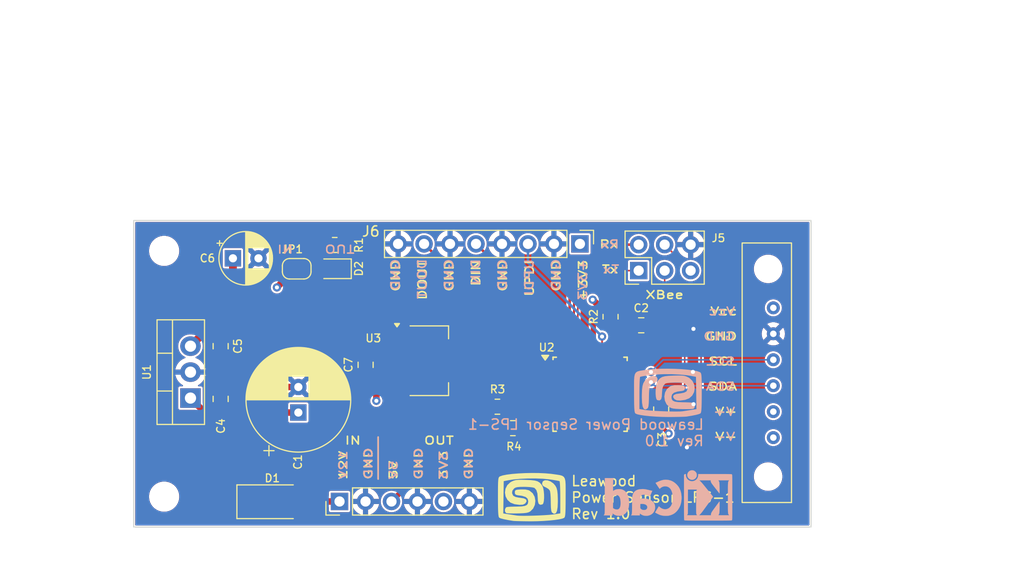
<source format=kicad_pcb>
(kicad_pcb (version 20240108) (generator "pcbnew") (generator_version "8.0")
  (layers (0 "F.Cu" signal) (1 "In1.Cu" signal) (2 "In2.Cu" signal) (31 "B.Cu" signal) (34 "B.Paste" user) (35 "F.Paste" user) (36 "B.SilkS" user "B.Silkscreen") (37 "F.SilkS" user "F.Silkscreen") (38 "B.Mask" user) (39 "F.Mask" user) (44 "Edge.Cuts" user))
  (net 0 "")
  (net 1 "+3.3V")
  (net 2 "GND")
  (net 3 "/~{RESET}")
  (net 4 "+5V")
  (net 5 "Net-(D1-K)")
  (net 6 "/12VIN")
  (net 7 "/SCL")
  (net 8 "/SDA")
  (net 9 "/TxD0")
  (net 10 "/RxD0")
  (net 11 "/MODEM_SLEEP")
  (net 12 "/MODEM_RESET")
  (net 13 "/UPDI")
  (net 14 "/DIN")
  (net 15 "/DOUT")
  (net 16 "/PA2")
  (net 17 "/PA3")
  (net 18 "/MOSI")
  (net 19 "/MISO")
  (net 20 "/SCK")
  (net 21 "/SS")
  (net 22 "/PC2")
  (net 23 "/PC3")
  (net 24 "/PD2")
  (net 25 "/PD3")
  (net 26 "/PD4")
  (net 27 "/PD5")
  (net 28 "/PD6")
  (net 29 "/PD7")
  (net 30 "/PF0")
  (net 31 "/PF1")
  (net 32 "/PF4")
  (net 33 "/PF5")
  (net 34 "Net-(U2-PC1{slash}RxD1-IN1)")
  (net 35 "Net-(U2-PC0{slash}TxD1{slash}2-WO{slash}1-IN0)")
  (net 38 "Net-(D2-A)")
  (net 39 "Net-(D2-K)")
  (footprint "Capacitor_SMD:C_0805_2012Metric_Pad1.18x1.45mm_HandSolder" (layer "F.Cu") (at 71.5 72.4625 90)
    (property "Reference" "C4" (at -2.6575 0.02 -90) (layer "F.SilkS") (effects (font (size 0.762 0.762) (thickness 0.127))))
    (property "Value" "0.1μF")
    (pad "1" smd roundrect (at -1.0375 0 90) (size 1.175 1.45) (layers "F.Cu" "F.Paste" "F.Mask") (roundrect_rratio 0.212766) (net 5 "Net-(D1-K)"))
    (pad "2" smd roundrect (at 1.0375 0 90) (size 1.175 1.45) (layers "F.Cu" "F.Paste" "F.Mask") (roundrect_rratio 0.212766) (net 2 "GND"))
  )
  (footprint "Capacitor_SMD:C_0805_2012Metric_Pad1.18x1.45mm_HandSolder" (layer "F.Cu") (at 85.675 69.125 90)
    (property "Reference" "C7" (at 0 -1.679999 -90) (layer "F.SilkS") (effects (font (size 0.762 0.762) (thickness 0.127))))
    (property "Value" "1μF")
    (pad "1" smd roundrect (at -1.0375 0 90) (size 1.175 1.45) (layers "F.Cu" "F.Paste" "F.Mask") (roundrect_rratio 0.212766) (net 1 "+3.3V"))
    (pad "2" smd roundrect (at 1.0375 0 90) (size 1.175 1.45) (layers "F.Cu" "F.Paste" "F.Mask") (roundrect_rratio 0.212766) (net 2 "GND"))
  )
  (footprint "Resistor_SMD:R_0805_2012Metric" (layer "F.Cu") (at 109.625 64.4175 90)
    (property "Reference" "R2" (at 0 -1.65 90) (layer "F.SilkS") (effects (font (size 0.762 0.762) (thickness 0.127))))
    (property "Value" "10kΩ")
    (pad "1" smd roundrect (at -0.9125 0 90) (size 1.025 1.4) (layers "F.Cu" "F.Paste" "F.Mask") (roundrect_rratio 0.243902) (net 3 "/~{RESET}"))
    (pad "2" smd roundrect (at 0.9125 0 90) (size 1.025 1.4) (layers "F.Cu" "F.Paste" "F.Mask") (roundrect_rratio 0.243902) (net 1 "+3.3V"))
  )
  (footprint "lps-1-Footprints:Adafruit-INA219_2xM2.5" (layer "F.Cu") (at 125.524 63.55 180)
    (property "Reference" "J4" (hide yes))
    (property "Value" "A_INA219")
    (pad "" np_thru_hole circle (at 0.492 -16.51 180) (size 2.54 2.54) (drill 2.54) (layers "F&B.Cu" "*.Mask"))
    (pad "" np_thru_hole circle (at 0.492 3.81 180) (size 2.54 2.54) (drill 2.54) (layers "F&B.Cu" "*.Mask"))
    (pad "1" thru_hole circle (at -0.016 0 180) (size 1.27 1.27) (drill 0.635) (layers "*.Cu" "*.Mask") (net 1 "+3.3V"))
    (pad "2" thru_hole circle (at -0.016 -2.54 180) (size 1.27 1.27) (drill 0.635) (layers "*.Cu" "*.Mask") (net 2 "GND"))
    (pad "3" thru_hole circle (at -0.016 -5.08 180) (size 1.27 1.27) (drill 0.635) (layers "*.Cu" "*.Mask") (net 7 "/SCL"))
    (pad "4" thru_hole circle (at -0.016 -7.62 180) (size 1.27 1.27) (drill 0.635) (layers "*.Cu" "*.Mask") (net 8 "/SDA"))
    (pad "5" thru_hole circle (at -0.016 -10.16 180) (size 1.27 1.27) (drill 0.635) (layers "*.Cu" "*.Mask"))
    (pad "6" thru_hole circle (at -0.016 -12.7 180) (size 1.27 1.27) (drill 0.635) (layers "*.Cu" "*.Mask"))
  )
  (footprint "Jumper:SolderJumper-2_P1.3mm_Bridged_RoundedPad1.0x1.5mm" (layer "F.Cu") (at 78.937501 59.725 180)
    (property "Reference" "JP1" (at 0.426501 1.912 0) (layer "F.SilkS") (effects (font (size 0.762 0.762) (thickness 0.127))))
    (property "Value" "Indicator LED")
    (fp_poly (pts (xy 0.25 -0.3) (xy -0.25 -0.3) (xy -0.25 0.3) (xy 0.25 0.3)) (fill solid) (layer "F.Cu"))
    (pad "1" smd custom (at -0.65 0 180) (size 1 0.5) (layers "F.Cu" "F.Mask") (net 38 "Net-(D2-A)") (options (clearance outline) (anchor rect)) (primitives (gr_circle (center 0 0.25) (end 0.5 0.25) (width 0) (fill yes)) (gr_circle (center 0 -0.25) (end 0.5 -0.25) (width 0) (fill yes)) (gr_poly (pts (xy 0.5 0.75) (xy 0 0.75) (xy 0 -0.75) (xy 0.5 -0.75)) (width 0) (fill yes))))
    (pad "2" smd custom (at 0.65 0 180) (size 1 0.5) (layers "F.Cu" "F.Mask") (net 1 "+3.3V") (options (clearance outline) (anchor rect)) (primitives (gr_circle (center 0 0.25) (end 0.5 0.25) (width 0) (fill yes)) (gr_circle (center 0 -0.25) (end 0.5 -0.25) (width 0) (fill yes)) (gr_poly (pts (xy 0 0.75) (xy -0.5 0.75) (xy -0.5 -0.75) (xy 0 -0.75)) (width 0) (fill yes))))
  )
  (footprint "MountingHole:MountingHole_2.7mm_M2.5" (layer "F.Cu") (at 65.975 57.975)
    (property "Reference" "H4" (hide yes))
    (property "Value" "MountingHole")
    (pad "" np_thru_hole circle (at 0 0) (size 2.7 2.7) (drill 2.7) (layers "*.Cu" "*.Mask"))
  )
  (footprint "Resistor_SMD:R_0805_2012Metric" (layer "F.Cu") (at 100.075 75.325 180)
    (property "Reference" "R4" (at -0.1 -1.8 180) (layer "F.SilkS") (effects (font (size 0.762 0.762) (thickness 0.127))))
    (property "Value" "0Ω")
    (pad "1" smd roundrect (at -0.9125 0 180) (size 1.025 1.4) (layers "F.Cu" "F.Paste" "F.Mask") (roundrect_rratio 0.243902) (net 34 "Net-(U2-PC1{slash}RxD1-IN1)"))
    (pad "2" smd roundrect (at 0.9125 0 180) (size 1.025 1.4) (layers "F.Cu" "F.Paste" "F.Mask") (roundrect_rratio 0.243902) (net 14 "/DIN"))
  )
  (footprint "Package_TO_SOT_THT:TO-220-3_Vertical" (layer "F.Cu") (at 68.55 72.379999 90)
    (property "Reference" "U1" (at 2.54 -4.27 90) (layer "F.SilkS") (effects (font (size 0.762 0.762) (thickness 0.127) (bold yes))))
    (property "Value" "L7805")
    (pad "1" thru_hole rect (at 0 0 90) (size 1.905 2) (drill 1.1) (layers "*.Cu" "*.Mask") (net 5 "Net-(D1-K)"))
    (pad "2" thru_hole oval (at 2.54 0 90) (size 1.905 2) (drill 1.1) (layers "*.Cu" "*.Mask") (net 2 "GND"))
    (pad "3" thru_hole oval (at 5.08 0 90) (size 1.905 2) (drill 1.1) (layers "*.Cu" "*.Mask") (net 4 "+5V"))
  )
  (footprint "Package_TO_SOT_SMD:SOT-223-3_TabPin2" (layer "F.Cu") (at 91.875 68.725)
    (property "Reference" "U3" (at -5.45 -2.2 0) (layer "F.SilkS") (effects (font (size 0.762 0.762) (thickness 0.127))))
    (property "Value" "TC1262-33")
    (pad "1" smd roundrect (at -3.15 -2.3) (size 2 1.5) (layers "F.Cu" "F.Paste" "F.Mask") (net 4 "+5V"))
    (pad "2" smd roundrect (at -3.15 0) (size 2 1.5) (layers "F.Cu" "F.Paste" "F.Mask") (net 2 "GND"))
    (pad "2" smd roundrect (at 3.15 0) (size 2 3.8) (layers "F.Cu" "F.Paste" "F.Mask") (net 2 "GND"))
    (pad "3" smd roundrect (at -3.15 2.3) (size 2 1.5) (layers "F.Cu" "F.Paste" "F.Mask") (net 1 "+3.3V"))
  )
  (footprint "Connector_PinHeader_2.54mm:PinHeader_2x03_P2.54mm_Vertical" (layer "F.Cu") (at 112.375 59.905 90)
    (property "Reference" "J5" (at 3.18 7.8 180) (layer "F.SilkS") (effects (font (size 0.762 0.762) (thickness 0.127))))
    (property "Value" "XBEE")
    (pad "1" thru_hole rect (at 0 0 90) (size 1.7 1.7) (drill 1) (layers "*.Cu" "*.Mask") (net 9 "/TxD0"))
    (pad "2" thru_hole oval (at 2.54 0 90) (size 1.7 1.7) (drill 1) (layers "*.Cu" "*.Mask") (net 10 "/RxD0"))
    (pad "3" thru_hole oval (at 0 2.54 90) (size 1.7 1.7) (drill 1) (layers "*.Cu" "*.Mask") (net 11 "/MODEM_SLEEP"))
    (pad "4" thru_hole oval (at 2.54 2.54 90) (size 1.7 1.7) (drill 1) (layers "*.Cu" "*.Mask") (net 12 "/MODEM_RESET"))
    (pad "5" thru_hole oval (at 0 5.08 90) (size 1.7 1.7) (drill 1) (layers "*.Cu" "*.Mask") (net 1 "+3.3V"))
    (pad "6" thru_hole oval (at 2.54 5.08 90) (size 1.7 1.7) (drill 1) (layers "*.Cu" "*.Mask") (net 2 "GND"))
  )
  (footprint "Capacitor_SMD:C_0805_2012Metric" (layer "F.Cu") (at 112.625 65.255)
    (property "Reference" "C2" (at 0 -1.68 0) (layer "F.SilkS") (effects (font (size 0.762 0.762) (thickness 0.127))))
    (property "Value" "100nF")
    (pad "1" smd roundrect (at -0.95 0) (size 1 1.45) (layers "F.Cu" "F.Paste" "F.Mask") (net 3 "/~{RESET}"))
    (pad "2" smd roundrect (at 0.95 0) (size 1 1.45) (layers "F.Cu" "F.Paste" "F.Mask") (net 2 "GND"))
  )
  (footprint "sjm-mechanical:MyBasic_rounded_50_1" (layer "F.Cu") (at 101.881478 82.032443)
    (property "Reference" "Lg2" (hide yes))
    (property "Value" "logo" (hide yes))
  )
  (footprint "Capacitor_THT:CP_Radial_D5.0mm_P2.50mm" (layer "F.Cu") (at 72.7 58.7)
    (property "Reference" "C6" (at -2.494888 0 0) (layer "F.SilkS") (effects (font (size 0.762 0.762) (thickness 0.127))))
    (property "Value" "10μF")
    (pad "1" thru_hole rect (at 0 0) (size 1.6 1.6) (drill 0.8) (layers "*.Cu" "*.Mask") (net 4 "+5V"))
    (pad "2" thru_hole circle (at 2.5 0) (size 1.6 1.6) (drill 0.8) (layers "*.Cu" "*.Mask") (net 2 "GND"))
  )
  (footprint "Connector_PinHeader_2.54mm:PinHeader_1x08_P2.54mm_Vertical" (layer "F.Cu") (at 106.63 57.29 -90)
    (property "Reference" "J6" (at -1.22 20.44 0) (layer "F.SilkS"))
    (property "Value" "DEV")
    (pad "1" thru_hole rect (at 0 0 270) (size 1.7 1.7) (drill 1) (layers "*.Cu" "*.Mask") (net 1 "+3.3V"))
    (pad "2" thru_hole oval (at 0 2.54 270) (size 1.7 1.7) (drill 1) (layers "*.Cu" "*.Mask") (net 2 "GND"))
    (pad "3" thru_hole oval (at 0 5.08 270) (size 1.7 1.7) (drill 1) (layers "*.Cu" "*.Mask") (net 13 "/UPDI"))
    (pad "4" thru_hole oval (at 0 7.62 270) (size 1.7 1.7) (drill 1) (layers "*.Cu" "*.Mask") (net 2 "GND"))
    (pad "5" thru_hole oval (at 0 10.16 270) (size 1.7 1.7) (drill 1) (layers "*.Cu" "*.Mask") (net 14 "/DIN"))
    (pad "6" thru_hole oval (at 0 12.7 270) (size 1.7 1.7) (drill 1) (layers "*.Cu" "*.Mask") (net 2 "GND"))
    (pad "7" thru_hole oval (at 0 15.24 270) (size 1.7 1.7) (drill 1) (layers "*.Cu" "*.Mask") (net 15 "/DOUT"))
    (pad "8" thru_hole oval (at 0 17.78 270) (size 1.7 1.7) (drill 1) (layers "*.Cu" "*.Mask") (net 2 "GND"))
  )
  (footprint "Resistor_SMD:R_0805_2012Metric" (layer "F.Cu") (at 98.5625 73.225 180)
    (property "Reference" "R3" (at -0.0125 1.7 180) (layer "F.SilkS") (effects (font (size 0.762 0.762) (thickness 0.127))))
    (property "Value" "0Ω")
    (pad "1" smd roundrect (at -0.9125 0 180) (size 1.025 1.4) (layers "F.Cu" "F.Paste" "F.Mask") (roundrect_rratio 0.243902) (net 35 "Net-(U2-PC0{slash}TxD1{slash}2-WO{slash}1-IN0)"))
    (pad "2" smd roundrect (at 0.9125 0 180) (size 1.025 1.4) (layers "F.Cu" "F.Paste" "F.Mask") (roundrect_rratio 0.243902) (net 15 "/DOUT"))
  )
  (footprint "Capacitor_SMD:C_0805_2012Metric_Pad1.18x1.45mm_HandSolder" (layer "F.Cu") (at 71.5 67.3 -90)
    (property "Reference" "C5" (at 0 -1.679999 90) (layer "F.SilkS") (effects (font (size 0.762 0.762) (thickness 0.127))))
    (property "Value" "0.1μF")
    (pad "1" smd roundrect (at -1.0375 0 270) (size 1.175 1.45) (layers "F.Cu" "F.Paste" "F.Mask") (roundrect_rratio 0.212766) (net 4 "+5V"))
    (pad "2" smd roundrect (at 1.0375 0 270) (size 1.175 1.45) (layers "F.Cu" "F.Paste" "F.Mask") (roundrect_rratio 0.212766) (net 2 "GND"))
  )
  (footprint "Diode_SMD:D_SMA" (layer "F.Cu") (at 76.6 82.525)
    (property "Reference" "D1" (at -0.05 -2.305 0) (layer "F.SilkS") (effects (font (size 0.762 0.762) (thickness 0.127) (bold yes))))
    (property "Value" "B130-13-F")
    (pad "1" smd roundrect (at -2 0) (size 2.5 1.8) (layers "F.Cu" "F.Paste" "F.Mask") (roundrect_rratio 0.1388888889) (net 5 "Net-(D1-K)"))
    (pad "2" smd roundrect (at 2 0) (size 2.5 1.8) (layers "F.Cu" "F.Paste" "F.Mask") (roundrect_rratio 0.1388888889) (net 6 "/12VIN"))
  )
  (footprint "Capacitor_THT:CP_Radial_D10.0mm_P2.50mm" (layer "F.Cu") (at 79.098257 73.796363 90)
    (property "Reference" "C1" (at -4.843637 -0.048257 90) (layer "F.SilkS") (effects (font (size 0.762 0.762) (thickness 0.127) (bold yes))))
    (property "Value" "220μF")
    (pad "1" thru_hole rect (at 0 0 90) (size 1.6 1.6) (drill 0.8) (layers "*.Cu" "*.Mask") (net 5 "Net-(D1-K)"))
    (pad "2" thru_hole circle (at 2.5 0 90) (size 1.6 1.6) (drill 0.8) (layers "*.Cu" "*.Mask") (net 2 "GND"))
  )
  (footprint "LED_SMD:LED_0805_2012Metric" (layer "F.Cu") (at 82.5875 59.725 180)
    (property "Reference" "D2" (at -2.4235 0.012 90) (layer "F.SilkS") (effects (font (size 0.762 0.762) (thickness 0.127))))
    (property "Value" "LED")
    (pad "1" smd roundrect (at -0.9375 0 180) (size 0.975 1.4) (layers "F.Cu" "F.Paste" "F.Mask") (net 39 "Net-(D2-K)"))
    (pad "2" smd roundrect (at 0.9375 0 180) (size 0.975 1.4) (layers "F.Cu" "F.Paste" "F.Mask") (net 38 "Net-(D2-A)"))
  )
  (footprint "MountingHole:MountingHole_2.7mm_M2.5" (layer "F.Cu") (at 65.975 82.025)
    (property "Reference" "H3" (hide yes))
    (property "Value" "MountingHole")
    (pad "" np_thru_hole circle (at 0 0) (size 2.7 2.7) (drill 2.7) (layers "*.Cu" "*.Mask"))
  )
  (footprint "Connector_PinHeader_2.54mm:PinHeader_1x06_P2.54mm_Vertical" (layer "F.Cu") (at 83.125 82.5 90)
    (property "Reference" "J15" (hide yes))
    (property "Value" "PWR")
    (pad "1" thru_hole rect (at 0 0 90) (size 1.7 1.7) (drill 1) (layers "*.Cu" "*.Mask") (net 6 "/12VIN"))
    (pad "2" thru_hole oval (at 0 2.54 90) (size 1.7 1.7) (drill 1) (layers "*.Cu" "*.Mask") (net 2 "GND"))
    (pad "3" thru_hole oval (at 0 5.08 90) (size 1.7 1.7) (drill 1) (layers "*.Cu" "*.Mask") (net 4 "+5V"))
    (pad "4" thru_hole oval (at 0 7.62 90) (size 1.7 1.7) (drill 1) (layers "*.Cu" "*.Mask") (net 2 "GND"))
    (pad "5" thru_hole oval (at 0 10.16 90) (size 1.7 1.7) (drill 1) (layers "*.Cu" "*.Mask") (net 1 "+3.3V"))
    (pad "6" thru_hole oval (at 0 12.7 90) (size 1.7 1.7) (drill 1) (layers "*.Cu" "*.Mask") (net 2 "GND"))
  )
  (footprint "Package_QFP:TQFP-32_7x7mm_P0.8mm" (layer "F.Cu") (at 107.625 72.005)
    (property "Reference" "U2" (at -4.25 -4.58 0) (layer "F.SilkS") (effects (font (size 0.762 0.762) (thickness 0.127))))
    (property "Value" "ATMega1608_32")
    (pad "1" smd rect (at -4.25 -2.8) (size 1.6 0.55) (layers "F.Cu" "F.Paste" "F.Mask") (net 17 "/PA3"))
    (pad "2" smd rect (at -4.25 -2) (size 1.6 0.55) (layers "F.Cu" "F.Paste" "F.Mask") (net 18 "/MOSI"))
    (pad "3" smd rect (at -4.25 -1.2) (size 1.6 0.55) (layers "F.Cu" "F.Paste" "F.Mask") (net 19 "/MISO"))
    (pad "4" smd rect (at -4.25 -0.4) (size 1.6 0.55) (layers "F.Cu" "F.Paste" "F.Mask") (net 20 "/SCK"))
    (pad "5" smd rect (at -4.25 0.4) (size 1.6 0.55) (layers "F.Cu" "F.Paste" "F.Mask") (net 21 "/SS"))
    (pad "6" smd rect (at -4.25 1.2) (size 1.6 0.55) (layers "F.Cu" "F.Paste" "F.Mask") (net 35 "Net-(U2-PC0{slash}TxD1{slash}2-WO{slash}1-IN0)"))
    (pad "7" smd rect (at -4.25 2) (size 1.6 0.55) (layers "F.Cu" "F.Paste" "F.Mask") (net 34 "Net-(U2-PC1{slash}RxD1-IN1)"))
    (pad "8" smd rect (at -4.25 2.8) (size 1.6 0.55) (layers "F.Cu" "F.Paste" "F.Mask") (net 22 "/PC2"))
    (pad "9" smd rect (at -2.8 4.25 90) (size 1.6 0.55) (layers "F.Cu" "F.Paste" "F.Mask") (net 23 "/PC3"))
    (pad "10" smd rect (at -2 4.25 90) (size 1.6 0.55) (layers "F.Cu" "F.Paste" "F.Mask") (net 12 "/MODEM_RESET"))
    (pad "11" smd rect (at -1.2 4.25 90) (size 1.6 0.55) (layers "F.Cu" "F.Paste" "F.Mask") (net 11 "/MODEM_SLEEP"))
    (pad "12" smd rect (at -0.4 4.25 90) (size 1.6 0.55) (layers "F.Cu" "F.Paste" "F.Mask") (net 24 "/PD2"))
    (pad "13" smd rect (at 0.4 4.25 90) (size 1.6 0.55) (layers "F.Cu" "F.Paste" "F.Mask") (net 25 "/PD3"))
    (pad "14" smd rect (at 1.2 4.25 90) (size 1.6 0.55) (layers "F.Cu" "F.Paste" "F.Mask") (net 26 "/PD4"))
    (pad "15" smd rect (at 2 4.25 90) (size 1.6 0.55) (layers "F.Cu" "F.Paste" "F.Mask") (net 27 "/PD5"))
    (pad "16" smd rect (at 2.8 4.25 90) (size 1.6 0.55) (layers "F.Cu" "F.Paste" "F.Mask") (net 28 "/PD6"))
    (pad "17" smd rect (at 4.25 2.8) (size 1.6 0.55) (layers "F.Cu" "F.Paste" "F.Mask") (net 29 "/PD7"))
    (pad "18" smd rect (at 4.25 2) (size 1.6 0.55) (layers "F.Cu" "F.Paste" "F.Mask") (net 1 "+3.3V"))
    (pad "19" smd rect (at 4.25 1.2) (size 1.6 0.55) (layers "F.Cu" "F.Paste" "F.Mask") (net 2 "GND"))
    (pad "20" smd rect (at 4.25 0.4) (size 1.6 0.55) (layers "F.Cu" "F.Paste" "F.Mask") (net 30 "/PF0"))
    (pad "21" smd rect (at 4.25 -0.4) (size 1.6 0.55) (layers "F.Cu" "F.Paste" "F.Mask") (net 31 "/PF1"))
    (pad "22" smd rect (at 4.25 -1.2) (size 1.6 0.55) (layers "F.Cu" "F.Paste" "F.Mask") (net 8 "/SDA"))
    (pad "23" smd rect (at 4.25 -2) (size 1.6 0.55) (layers "F.Cu" "F.Paste" "F.Mask") (net 7 "/SCL"))
    (pad "24" smd rect (at 4.25 -2.8) (size 1.6 0.55) (layers "F.Cu" "F.Paste" "F.Mask") (net 32 "/PF4"))
    (pad "25" smd rect (at 2.8 -4.25 90) (size 1.6 0.55) (layers "F.Cu" "F.Paste" "F.Mask") (net 33 "/PF5"))
    (pad "26" smd rect (at 2 -4.25 90) (size 1.6 0.55) (layers "F.Cu" "F.Paste" "F.Mask") (net 3 "/~{RESET}"))
    (pad "27" smd rect (at 1.2 -4.25 90) (size 1.6 0.55) (layers "F.Cu" "F.Paste" "F.Mask") (net 13 "/UPDI"))
    (pad "28" smd rect (at 0.4 -4.25 90) (size 1.6 0.55) (layers "F.Cu" "F.Paste" "F.Mask") (net 1 "+3.3V"))
    (pad "29" smd rect (at -0.4 -4.25 90) (size 1.6 0.55) (layers "F.Cu" "F.Paste" "F.Mask") (net 2 "GND"))
    (pad "30" smd rect (at -1.2 -4.25 90) (size 1.6 0.55) (layers "F.Cu" "F.Paste" "F.Mask") (net 9 "/TxD0"))
    (pad "31" smd rect (at -2 -4.25 90) (size 1.6 0.55) (layers "F.Cu" "F.Paste" "F.Mask") (net 10 "/RxD0"))
    (pad "32" smd rect (at -2.8 -4.25 90) (size 1.6 0.55) (layers "F.Cu" "F.Paste" "F.Mask") (net 16 "/PA2"))
  )
  (footprint "Capacitor_SMD:C_0805_2012Metric" (layer "F.Cu") (at 114.575 73.505 90)
    (property "Reference" "C3" (at -2.946 0.092 90) (layer "F.SilkS") (effects (font (size 0.762 0.762) (thickness 0.127))))
    (property "Value" "100nF")
    (pad "1" smd roundrect (at -0.95 0 90) (size 1 1.45) (layers "F.Cu" "F.Paste" "F.Mask") (net 1 "+3.3V"))
    (pad "2" smd roundrect (at 0.95 0 90) (size 1 1.45) (layers "F.Cu" "F.Paste" "F.Mask") (net 2 "GND"))
  )
  (footprint "Resistor_SMD:R_0805_2012Metric" (layer "F.Cu") (at 82.653472 57.396336 180)
    (property "Reference" "R1" (at -2.357528 -0.016664 90) (layer "F.SilkS") (effects (font (size 0.762 0.762) (thickness 0.127))))
    (property "Value" "270Ω")
    (pad "1" smd roundrect (at -0.9125 0 180) (size 1.025 1.4) (layers "F.Cu" "F.Paste" "F.Mask") (roundrect_rratio 0.243902) (net 39 "Net-(D2-K)"))
    (pad "2" smd roundrect (at 0.9125 0 180) (size 1.025 1.4) (layers "F.Cu" "F.Paste" "F.Mask") (roundrect_rratio 0.243902) (net 2 "GND"))
  )
  (footprint "Symbol:KiCad-Logo_5mm_SilkScreen" (layer "B.Cu") (at 115.25 82.425 180)
    (property "Reference" "Lg3" (hide yes))
    (property "Value" "logo" (hide yes))
  )
  (footprint "sjm-mechanical:MyBasic_rounded_50_1" (layer "B.Cu") (at 115.275 71.825 180)
    (property "Reference" "Lg1" (hide yes))
    (property "Value" "logo" (hide yes))
  )
  (gr_line (start 86.9 80.3) (end 86.9 76.2) (stroke (width 0.15)) (layer "B.SilkS"))
  (gr_line (start 86.9 76.2) (end 86.9 80.3) (stroke (width 0.15)) (layer "F.SilkS"))
  (gr_rect (start 62.999 55) (end 129.225 85) (stroke (width 0.1)) (fill none) (layer "Edge.Cuts"))
  (gr_text "Leawood Power Sensor LPS-1\nRev 1.0" (at 118.831 77.159 0) (layer "B.SilkS") (effects (font (size 1 1)) (justify left bottom mirror)))
  (gr_text "IN    OUT" (at 84.687501 57.325 180) (layer "B.SilkS") (effects (font (size 0.762 1.016) (thickness 0.1524) (bold yes)) (justify right bottom mirror)))
  (gr_text "Rx\n\nTx" (at 110.575 60.225 0) (layer "B.SilkS") (effects (font (size 0.762 1.016) (thickness 0.1524) (bold yes)) (justify left bottom mirror)))
  (gr_text "12V\n\nGND\n\n5V\n\nGND\n\n3V3\n\nGND" (at 96.2 80.425 90) (layer "B.SilkS") (effects (font (size 0.762 1.016) (thickness 0.1524) (bold yes)) (justify right bottom mirror)))
  (gr_text "GND\n\nDOUT\n\nGND\n\nDIN\n\nGND\n\nUPDI\n\nGND\n\n+3V3" (at 107.38 58.66 90) (layer "B.SilkS") (effects (font (size 0.8128 1.016) (thickness 0.1524) (bold yes)) (justify left bottom mirror)))
  (gr_text "Vcc\n\nGND\n\nSCL \n\nSDA\n\nV+\n\nV-" (at 121.9 76.6 0) (layer "B.SilkS") (effects (font (size 0.762 1.016) (thickness 0.1524) (bold yes)) (justify left bottom mirror)))
  (gr_text "Vcc\n\nGND\n\nSCL\n\nSDA\n\nV+\n\nV-" (at 122.1 76.6 0) (layer "F.SilkS") (effects (font (size 0.762 1.016) (thickness 0.1524) (bold yes)) (justify right bottom)))
  (gr_text "Leawood \nPower Sensor LPS-1\nRev 1.0" (at 105.7 84.3 0) (layer "F.SilkS") (effects (font (size 1 1)) (justify left bottom)))
  (gr_text "XBee" (at 116.875 62.725 0) (layer "F.SilkS") (effects (font (size 0.762 1.016) (thickness 0.1524) (bold yes)) (justify right bottom)))
  (gr_text "Rx\n\nTx" (at 110.475 60.225 0) (layer "F.SilkS") (effects (font (size 0.762 1.016) (thickness 0.1524) (bold yes)) (justify right bottom)))
  (gr_text "12V\n\nGND\n\n5V\n\nGND\n\n3V3\n\nGND" (at 96.2 80.45 90) (layer "F.SilkS") (effects (font (size 0.762 1.016) (thickness 0.1524) (bold yes)) (justify left bottom)))
  (gr_text "IN        OUT" (at 94.4 76.975 0) (layer "F.SilkS") (effects (font (size 0.762 1.016) (thickness 0.1524) (bold yes)) (justify right bottom)))
  (gr_text "GND\n\nDOUT\n\nGND\n\nDIN\n\nGND\n\nUPDI\n\nGND\n\n+3V3" (at 107.41 58.76 90) (layer "F.SilkS") (effects (font (size 0.8128 1.016) (thickness 0.1524) (bold yes)) (justify right bottom)))
  (segment (start 108.637 63.505) (end 108.502 63.37) (width 0.635) (layer "F.Cu") (net 1))
  (segment (start 107.940474 66.710811) (end 108.025 66.795337) (width 0.508) (layer "F.Cu") (net 1))
  (segment (start 86.375 71.025) (end 88.725 71.025) (width 0.635) (layer "F.Cu") (net 1))
  (segment (start 109.625 63.505) (end 107.940474 65.189526) (width 0.508) (layer "F.Cu") (net 1))
  (segment (start 107.875 62.743) (end 107.867 62.735) (width 0.635) (layer "F.Cu") (net 1))
  (segment (start 114.575 74.455) (end 114.575 75.125) (width 0.381) (layer "F.Cu") (net 1))
  (segment (start 78.287501 60.262499) (end 77 61.55) (width 0.635) (layer "F.Cu") (net 1))
  (segment (start 114.545 74.455) (end 114.575 74.455) (width 0.381) (layer "F.Cu") (net 1))
  (segment (start 88.725 71.025) (end 87.75 71.025) (width 0.635) (layer "F.Cu") (net 1))
  (segment (start 108.502 63.37) (end 107.882 62.75) (width 0.635) (layer "F.Cu") (net 1))
  (segment (start 107.940474 65.189526) (end 107.940474 66.710811) (width 0.508) (layer "F.Cu") (net 1))
  (segment (start 85.675 70.1625) (end 85.675 70.325) (width 0.635) (layer "F.Cu") (net 1))
  (segment (start 86.725 72.05) (end 86.725 72.65) (width 0.635) (layer "F.Cu") (net 1))
  (segment (start 111.875 74.005) (end 113.675 74.005) (width 0.508) (layer "F.Cu") (net 1))
  (segment (start 108.025 66.795337) (end 108.025 67.755) (width 0.508) (layer "F.Cu") (net 1))
  (segment (start 107.882 62.75) (end 107.875 62.75) (width 0.635) (layer "F.Cu") (net 1))
  (segment (start 113.675 74.005) (end 114.125 74.455) (width 0.508) (layer "F.Cu") (net 1))
  (segment (start 107.875 62.75) (end 107.875 62.743) (width 0.635) (layer "F.Cu") (net 1))
  (segment (start 109.625 63.505) (end 108.637 63.505) (width 0.635) (layer "F.Cu") (net 1))
  (segment (start 114.575 75.125) (end 115.3 75.85) (width 0.381) (layer "F.Cu") (net 1))
  (segment (start 78.287501 59.725) (end 78.287501 60.262499) (width 0.635) (layer "F.Cu") (net 1))
  (segment (start 87.75 71.025) (end 86.725 72.05) (width 0.635) (layer "F.Cu") (net 1))
  (segment (start 85.675 70.325) (end 86.375 71.025) (width 0.635) (layer "F.Cu") (net 1))
  (via (at 107.875 62.75) (size 0.8) (drill 0.4) (layers "F.Cu" "B.Cu") (net 1))
  (via (at 115.3 75.85) (size 0.8) (drill 0.4) (layers "F.Cu" "B.Cu") (net 1))
  (via (at 77 61.55) (size 0.8) (drill 0.4) (layers "F.Cu" "B.Cu") (net 1))
  (via (at 86.725 72.65) (size 0.8) (drill 0.4) (layers "F.Cu" "B.Cu") (net 1))
  (segment (start 79.098257 71.296363) (end 75.058863 71.296363) (width 0.635) (layer "F.Cu") (net 2))
  (segment (start 107.225 67.755) (end 107.225 65.46408) (width 0.508) (layer "F.Cu") (net 2))
  (segment (start 72.1 68.3375) (end 72.1 70.825) (width 0.635) (layer "F.Cu") (net 2))
  (segment (start 113.925 73.205) (end 114.575 72.555) (width 0.508) (layer "F.Cu") (net 2))
  (segment (start 72.1 70.825) (end 71.5 71.425) (width 0.635) (layer "F.Cu") (net 2))
  (segment (start 107.225 65.46408) (end 107.1012 65.34028) (width 0.508) (layer "F.Cu") (net 2))
  (segment (start 111.875 73.205) (end 113.925 73.205) (width 0.508) (layer "F.Cu") (net 2))
  (segment (start 75.058863 71.296363) (end 72.1 68.3375) (width 0.635) (layer "F.Cu") (net 2))
  (via (at 117.73 65.61) (size 0.8) (drill 0.4) (layers "F.Cu" "B.Cu") (net 2))
  (via (at 117.09 77.2) (size 0.8) (drill 0.4) (layers "F.Cu" "B.Cu") (net 2))
  (via (at 117.74 72.98) (size 0.8) (drill 0.4) (layers "F.Cu" "B.Cu") (net 2))
  (via (at 117.68 69.82) (size 0.8) (drill 0.4) (layers "F.Cu" "B.Cu") (net 2))
  (segment (start 111.675 65.255) (end 109.7 65.255) (width 0.1524) (layer "F.Cu") (net 3))
  (segment (start 109.625 65.33) (end 109.625 67.755) (width 0.1524) (layer "F.Cu") (net 3))
  (segment (start 109.7 65.255) (end 109.625 65.33) (width 0.1524) (layer "F.Cu") (net 3))
  (segment (start 72.7 58.7) (end 72.7 65.0625) (width 0.762) (layer "F.Cu") (net 4))
  (segment (start 71.6625 66.425) (end 71.5 66.2625) (width 0.508) (layer "F.Cu") (net 4))
  (segment (start 91.86 67.56) (end 91.86 78.845) (width 0.508) (layer "F.Cu") (net 4))
  (segment (start 88.725 66.425) (end 71.6625 66.425) (width 0.508) (layer "F.Cu") (net 4))
  (segment (start 91.86 78.845) (end 88.205 82.5) (width 0.508) (layer "F.Cu") (net 4))
  (segment (start 90.725 66.425) (end 91.86 67.56) (width 0.508) (layer "F.Cu") (net 4))
  (segment (start 72.7 65.0625) (end 71.5 66.2625) (width 0.762) (layer "F.Cu") (net 4))
  (segment (start 69.5875 66.2625) (end 71.5 66.2625) (width 0.762) (layer "F.Cu") (net 4))
  (segment (start 68.55 67.3) (end 69.5875 66.2625) (width 0.762) (layer "F.Cu") (net 4))
  (segment (start 88.725 66.425) (end 90.725 66.425) (width 0.508) (layer "F.Cu") (net 4))
  (segment (start 69.670001 73.5) (end 68.55 72.379999) (width 0.635) (layer "F.Cu") (net 5))
  (segment (start 71.5 73.5) (end 69.670001 73.5) (width 0.635) (layer "F.Cu") (net 5))
  (segment (start 71.5 73.5) (end 71.525 73.5) (width 0.635) (layer "F.Cu") (net 5))
  (segment (start 73.2 82.525) (end 71.5 80.825) (width 0.635) (layer "F.Cu") (net 5))
  (segment (start 71.821363 73.796363) (end 79.098257 73.796363) (width 0.635) (layer "F.Cu") (net 5))
  (segment (start 71.5 80.825) (end 71.5 73.5) (width 0.635) (layer "F.Cu") (net 5))
  (segment (start 71.525 73.5) (end 71.821363 73.796363) (width 0.635) (layer "F.Cu") (net 5))
  (segment (start 74.6 82.525) (end 73.2 82.525) (width 0.635) (layer "F.Cu") (net 5))
  (segment (start 78.625 82.5) (end 78.6 82.525) (width 0.635) (layer "F.Cu") (net 6))
  (segment (start 83.125 82.5) (end 78.625 82.5) (width 0.635) (layer "F.Cu") (net 6))
  (segment (start 113.394997 70.005) (end 113.575 69.824997) (width 0.25) (layer "F.Cu") (net 7))
  (segment (start 111.875 70.005) (end 113.394997 70.005) (width 0.25) (layer "F.Cu") (net 7))
  (via (at 113.575 69.824997) (size 0.8) (drill 0.4) (layers "F.Cu" "B.Cu") (net 7))
  (segment (start 125.53235 68.635) (end 114.764997 68.635) (width 0.1524) (layer "B.Cu") (net 7))
  (segment (start 114.764997 68.635) (end 113.575 69.824997) (width 0.1524) (layer "B.Cu") (net 7))
  (segment (start 113.575 70.825) (end 111.895 70.825) (width 0.25) (layer "F.Cu") (net 8))
  (segment (start 111.895 70.825) (end 111.875 70.805) (width 0.25) (layer "F.Cu") (net 8))
  (via (at 113.575 70.825) (size 0.8) (drill 0.4) (layers "F.Cu" "B.Cu") (net 8))
  (segment (start 113.925 71.175) (end 113.575 70.825) (width 0.1524) (layer "B.Cu") (net 8))
  (segment (start 125.53235 71.175) (end 113.925 71.175) (width 0.1524) (layer "B.Cu") (net 8))
  (segment (start 112.375 59.905) (end 108.195 59.905) (width 0.1524) (layer "F.Cu") (net 9))
  (segment (start 108.195 59.905) (end 106.425 61.675) (width 0.1524) (layer "F.Cu") (net 9))
  (segment (start 106.425 61.675) (end 106.425 67.755) (width 0.1524) (layer "F.Cu") (net 9))
  (segment (start 105.625 61.335) (end 105.625 67.755) (width 0.25) (layer "F.Cu") (net 10))
  (segment (start 109.595 57.365) (end 105.625 61.335) (width 0.25) (layer "F.Cu") (net 10))
  (segment (start 112.375 57.365) (end 109.595 57.365) (width 0.25) (layer "F.Cu") (net 10))
  (segment (start 116.875 75.725) (end 114.775 77.825) (width 0.1524) (layer "F.Cu") (net 11))
  (segment (start 107.0426 77.825) (end 106.425 77.2074) (width 0.1524) (layer "F.Cu") (net 11))
  (segment (start 114.915 63.465) (end 116.875 65.425) (width 0.1524) (layer "F.Cu") (net 11))
  (segment (start 116.875 65.425) (end 116.875 75.725) (width 0.1524) (layer "F.Cu") (net 11))
  (segment (start 114.775 77.825) (end 107.0426 77.825) (width 0.1524) (layer "F.Cu") (net 11))
  (segment (start 106.425 77.2074) (end 106.425 76.255) (width 0.1524) (layer "F.Cu") (net 11))
  (segment (start 114.915 59.905) (end 114.915 63.465) (width 0.1524) (layer "F.Cu") (net 11))
  (segment (start 117.175 78.625) (end 107.0426 78.625) (width 0.1524) (layer "F.Cu") (net 12))
  (segment (start 118.475 64.825) (end 118.475 77.325) (width 0.1524) (layer "F.Cu") (net 12))
  (segment (start 107.0426 78.625) (end 105.625 77.2074) (width 0.1524) (layer "F.Cu") (net 12))
  (segment (start 105.625 77.2074) (end 105.625 76.255) (width 0.1524) (layer "F.Cu") (net 12))
  (segment (start 118.475 77.325) (end 117.175 78.625) (width 0.1524) (layer "F.Cu") (net 12))
  (segment (start 114.915 57.365) (end 116.0412 58.4912) (width 0.1524) (layer "F.Cu") (net 12))
  (segment (start 116.0412 58.4912) (end 116.0412 62.3912) (width 0.1524) (layer "F.Cu") (net 12))
  (segment (start 116.0412 62.3912) (end 118.475 64.825) (width 0.1524) (layer "F.Cu") (net 12))
  (segment (start 108.794474 66.357072) (end 108.794474 67.724474) (width 0.1524) (layer "F.Cu") (net 13))
  (segment (start 108.794474 67.724474) (end 108.825 67.755) (width 0.1524) (layer "F.Cu") (net 13))
  (via (at 108.794474 66.357072) (size 0.8) (drill 0.4) (layers "F.Cu" "B.Cu") (net 13))
  (segment (start 101.55 59.112598) (end 108.794474 66.357072) (width 0.25) (layer "B.Cu") (net 13))
  (segment (start 101.55 57.29) (end 101.55 59.112598) (width 0.25) (layer "B.Cu") (net 13))
  (segment (start 98.6375 59.4575) (end 96.47 57.29) (width 0.25) (layer "F.Cu") (net 14))
  (segment (start 98.6375 74.8) (end 98.6375 59.4575) (width 0.25) (layer "F.Cu") (net 14))
  (segment (start 99.1625 75.325) (end 98.6375 74.8) (width 0.25) (layer "F.Cu") (net 14))
  (segment (start 97.65 73.225) (end 97.65 63.55) (width 0.25) (layer "F.Cu") (net 15))
  (segment (start 97.65 63.55) (end 91.39 57.29) (width 0.25) (layer "F.Cu") (net 15))
  (segment (start 102.3075 74.005) (end 103.375 74.005) (width 0.1524) (layer "F.Cu") (net 34))
  (segment (start 100.9875 75.325) (end 102.3075 74.005) (width 0.1524) (layer "F.Cu") (net 34))
  (segment (start 99.475 73.225) (end 103.355 73.225) (width 0.1524) (layer "F.Cu") (net 35))
  (segment (start 103.355 73.225) (end 103.375 73.205) (width 0.1524) (layer "F.Cu") (net 35))
  (segment (start 79.587501 59.725) (end 81.65 59.725) (width 0.254) (layer "F.Cu") (net 38))
  (segment (start 83.565972 57.396336) (end 83.565972 59.684028) (width 0.254) (layer "F.Cu") (net 39))
  (segment (start 83.565972 59.684028) (end 83.525 59.725) (width 0.254) (layer "F.Cu") (net 39))
  (zone (net 0) (net_name "") (layer "F.Cu") (connect_pads (clearance 0)) (min_thickness 0.127)
    (keepout (tracks allowed) (vias allowed) (pads allowed) (copperpour not_allowed) (footprints allowed))
    (fill (thermal_gap 0.5) (thermal_bridge_width 0.5))
    (polygon (pts (xy 103.975 68.425) (xy 111.275 68.425) (xy 111.275 72.225) (xy 109.575 72.225) (xy 109.575 74.425) (xy 111.275 74.425) (xy 111.275 75.625) (xy 103.975 75.625)))
  )
  (zone (net 2) (net_name "GND") (layers "F&B.Cu") (priority 2) (connect_pads (clearance 0.127)) (min_thickness 0.127) (fill yes (thermal_gap 0.5) (thermal_bridge_width 0.5))
    (polygon (pts (xy 63 55) (xy 129.225 55) (xy 129.225 85) (xy 63 85)))
  )
)
</source>
